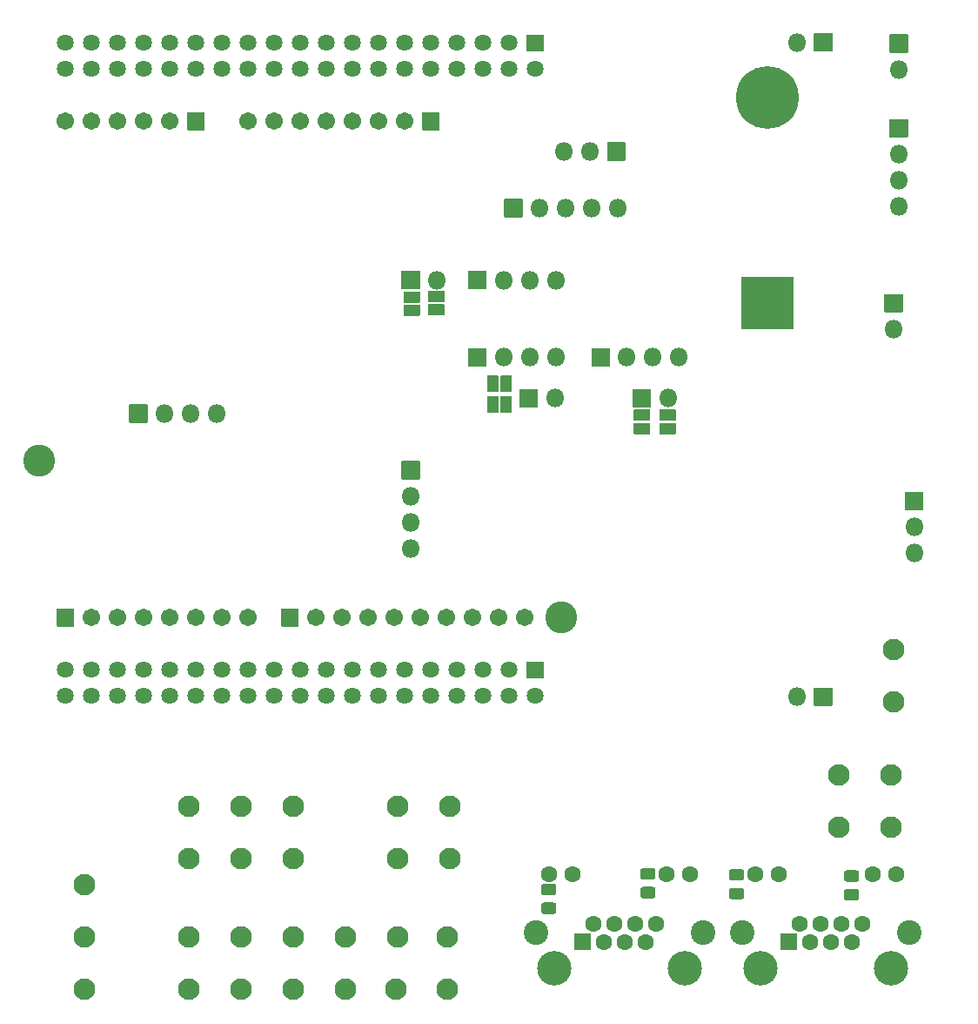
<source format=gbr>
%TF.GenerationSoftware,KiCad,Pcbnew,5.1.7-a382d34a8~88~ubuntu20.04.1*%
%TF.CreationDate,2021-04-08T15:18:28+02:00*%
%TF.ProjectId,Shield_Nucleo,53686965-6c64-45f4-9e75-636c656f2e6b,rev?*%
%TF.SameCoordinates,Original*%
%TF.FileFunction,Soldermask,Top*%
%TF.FilePolarity,Negative*%
%FSLAX46Y46*%
G04 Gerber Fmt 4.6, Leading zero omitted, Abs format (unit mm)*
G04 Created by KiCad (PCBNEW 5.1.7-a382d34a8~88~ubuntu20.04.1) date 2021-04-08 15:18:28*
%MOMM*%
%LPD*%
G01*
G04 APERTURE LIST*
%ADD10C,2.100000*%
%ADD11C,1.600000*%
%ADD12C,2.400000*%
%ADD13C,3.350000*%
%ADD14O,1.800000X1.800000*%
%ADD15C,1.705000*%
%ADD16C,3.100000*%
%ADD17C,1.630000*%
%ADD18C,6.100000*%
G04 APERTURE END LIST*
%TO.C,JP8*%
G36*
G01*
X78350000Y-56500000D02*
X76850000Y-56500000D01*
G75*
G02*
X76800000Y-56450000I0J50000D01*
G01*
X76800000Y-55450000D01*
G75*
G02*
X76850000Y-55400000I50000J0D01*
G01*
X78350000Y-55400000D01*
G75*
G02*
X78400000Y-55450000I0J-50000D01*
G01*
X78400000Y-56450000D01*
G75*
G02*
X78350000Y-56500000I-50000J0D01*
G01*
G37*
G36*
G01*
X78350000Y-55200000D02*
X76850000Y-55200000D01*
G75*
G02*
X76800000Y-55150000I0J50000D01*
G01*
X76800000Y-54150000D01*
G75*
G02*
X76850000Y-54100000I50000J0D01*
G01*
X78350000Y-54100000D01*
G75*
G02*
X78400000Y-54150000I0J-50000D01*
G01*
X78400000Y-55150000D01*
G75*
G02*
X78350000Y-55200000I-50000J0D01*
G01*
G37*
%TD*%
%TO.C,JP7*%
G36*
G01*
X80750000Y-56450000D02*
X79250000Y-56450000D01*
G75*
G02*
X79200000Y-56400000I0J50000D01*
G01*
X79200000Y-55400000D01*
G75*
G02*
X79250000Y-55350000I50000J0D01*
G01*
X80750000Y-55350000D01*
G75*
G02*
X80800000Y-55400000I0J-50000D01*
G01*
X80800000Y-56400000D01*
G75*
G02*
X80750000Y-56450000I-50000J0D01*
G01*
G37*
G36*
G01*
X80750000Y-55150000D02*
X79250000Y-55150000D01*
G75*
G02*
X79200000Y-55100000I0J50000D01*
G01*
X79200000Y-54100000D01*
G75*
G02*
X79250000Y-54050000I50000J0D01*
G01*
X80750000Y-54050000D01*
G75*
G02*
X80800000Y-54100000I0J-50000D01*
G01*
X80800000Y-55100000D01*
G75*
G02*
X80750000Y-55150000I-50000J0D01*
G01*
G37*
%TD*%
%TO.C,JP6*%
G36*
G01*
X103250000Y-68000000D02*
X101750000Y-68000000D01*
G75*
G02*
X101700000Y-67950000I0J50000D01*
G01*
X101700000Y-66950000D01*
G75*
G02*
X101750000Y-66900000I50000J0D01*
G01*
X103250000Y-66900000D01*
G75*
G02*
X103300000Y-66950000I0J-50000D01*
G01*
X103300000Y-67950000D01*
G75*
G02*
X103250000Y-68000000I-50000J0D01*
G01*
G37*
G36*
G01*
X103250000Y-66700000D02*
X101750000Y-66700000D01*
G75*
G02*
X101700000Y-66650000I0J50000D01*
G01*
X101700000Y-65650000D01*
G75*
G02*
X101750000Y-65600000I50000J0D01*
G01*
X103250000Y-65600000D01*
G75*
G02*
X103300000Y-65650000I0J-50000D01*
G01*
X103300000Y-66650000D01*
G75*
G02*
X103250000Y-66700000I-50000J0D01*
G01*
G37*
%TD*%
%TO.C,JP5*%
G36*
G01*
X100750000Y-68000000D02*
X99250000Y-68000000D01*
G75*
G02*
X99200000Y-67950000I0J50000D01*
G01*
X99200000Y-66950000D01*
G75*
G02*
X99250000Y-66900000I50000J0D01*
G01*
X100750000Y-66900000D01*
G75*
G02*
X100800000Y-66950000I0J-50000D01*
G01*
X100800000Y-67950000D01*
G75*
G02*
X100750000Y-68000000I-50000J0D01*
G01*
G37*
G36*
G01*
X100750000Y-66700000D02*
X99250000Y-66700000D01*
G75*
G02*
X99200000Y-66650000I0J50000D01*
G01*
X99200000Y-65650000D01*
G75*
G02*
X99250000Y-65600000I50000J0D01*
G01*
X100750000Y-65600000D01*
G75*
G02*
X100800000Y-65650000I0J-50000D01*
G01*
X100800000Y-66650000D01*
G75*
G02*
X100750000Y-66700000I-50000J0D01*
G01*
G37*
%TD*%
%TO.C,JP4*%
G36*
G01*
X84950000Y-63850000D02*
X84950000Y-62350000D01*
G75*
G02*
X85000000Y-62300000I50000J0D01*
G01*
X86000000Y-62300000D01*
G75*
G02*
X86050000Y-62350000I0J-50000D01*
G01*
X86050000Y-63850000D01*
G75*
G02*
X86000000Y-63900000I-50000J0D01*
G01*
X85000000Y-63900000D01*
G75*
G02*
X84950000Y-63850000I0J50000D01*
G01*
G37*
G36*
G01*
X86250000Y-63850000D02*
X86250000Y-62350000D01*
G75*
G02*
X86300000Y-62300000I50000J0D01*
G01*
X87300000Y-62300000D01*
G75*
G02*
X87350000Y-62350000I0J-50000D01*
G01*
X87350000Y-63850000D01*
G75*
G02*
X87300000Y-63900000I-50000J0D01*
G01*
X86300000Y-63900000D01*
G75*
G02*
X86250000Y-63850000I0J50000D01*
G01*
G37*
%TD*%
%TO.C,JP3*%
G36*
G01*
X84950000Y-65850000D02*
X84950000Y-64350000D01*
G75*
G02*
X85000000Y-64300000I50000J0D01*
G01*
X86000000Y-64300000D01*
G75*
G02*
X86050000Y-64350000I0J-50000D01*
G01*
X86050000Y-65850000D01*
G75*
G02*
X86000000Y-65900000I-50000J0D01*
G01*
X85000000Y-65900000D01*
G75*
G02*
X84950000Y-65850000I0J50000D01*
G01*
G37*
G36*
G01*
X86250000Y-65850000D02*
X86250000Y-64350000D01*
G75*
G02*
X86300000Y-64300000I50000J0D01*
G01*
X87300000Y-64300000D01*
G75*
G02*
X87350000Y-64350000I0J-50000D01*
G01*
X87350000Y-65850000D01*
G75*
G02*
X87300000Y-65900000I-50000J0D01*
G01*
X86300000Y-65900000D01*
G75*
G02*
X86250000Y-65850000I0J50000D01*
G01*
G37*
%TD*%
D10*
%TO.C,TP33*%
X124460000Y-88900000D03*
%TD*%
%TO.C,TP32*%
X124460000Y-93980000D03*
%TD*%
%TO.C,TP30*%
X81280000Y-109220000D03*
%TD*%
%TO.C,TP29*%
X76200000Y-109220000D03*
%TD*%
%TO.C,TP28*%
X81280000Y-104140000D03*
%TD*%
%TO.C,TP27*%
X76200000Y-104140000D03*
%TD*%
%TO.C,TP26*%
X66040000Y-104140000D03*
%TD*%
%TO.C,TP25*%
X66040000Y-109220000D03*
%TD*%
%TO.C,TP24*%
X60960000Y-104140000D03*
%TD*%
%TO.C,TP23*%
X60960000Y-109220000D03*
%TD*%
%TO.C,TP22*%
X55880000Y-104140000D03*
%TD*%
%TO.C,TP21*%
X55880000Y-109220000D03*
%TD*%
%TO.C,TP20*%
X76200000Y-116840000D03*
%TD*%
%TO.C,TP19*%
X76080000Y-121920000D03*
%TD*%
%TO.C,TP18*%
X81080000Y-116840000D03*
%TD*%
%TO.C,TP17*%
X81080000Y-121920000D03*
%TD*%
%TO.C,TP15*%
X119126000Y-106172000D03*
%TD*%
%TO.C,TP14*%
X124206000Y-101092000D03*
%TD*%
%TO.C,TP13*%
X124206000Y-106172000D03*
%TD*%
%TO.C,TP12*%
X45720000Y-121920000D03*
%TD*%
%TO.C,TP11*%
X71120000Y-116840000D03*
%TD*%
%TO.C,TP10*%
X71120000Y-121920000D03*
%TD*%
%TO.C,TP9*%
X66040000Y-116840000D03*
%TD*%
%TO.C,TP8*%
X66040000Y-121920000D03*
%TD*%
%TO.C,TP7*%
X60960000Y-116840000D03*
%TD*%
%TO.C,TP6*%
X60960000Y-121920000D03*
%TD*%
%TO.C,TP5*%
X55880000Y-116840000D03*
%TD*%
%TO.C,TP4*%
X55880000Y-121920000D03*
%TD*%
%TO.C,TP3*%
X45720000Y-116840000D03*
%TD*%
%TO.C,TP2*%
X45720000Y-111760000D03*
%TD*%
%TO.C,TP1*%
X119126000Y-101092000D03*
%TD*%
%TO.C,R13*%
G36*
G01*
X109695611Y-111410000D02*
X108744389Y-111410000D01*
G75*
G02*
X108470000Y-111135611I0J274389D01*
G01*
X108470000Y-110559389D01*
G75*
G02*
X108744389Y-110285000I274389J0D01*
G01*
X109695611Y-110285000D01*
G75*
G02*
X109970000Y-110559389I0J-274389D01*
G01*
X109970000Y-111135611D01*
G75*
G02*
X109695611Y-111410000I-274389J0D01*
G01*
G37*
G36*
G01*
X109695611Y-113235000D02*
X108744389Y-113235000D01*
G75*
G02*
X108470000Y-112960611I0J274389D01*
G01*
X108470000Y-112384389D01*
G75*
G02*
X108744389Y-112110000I274389J0D01*
G01*
X109695611Y-112110000D01*
G75*
G02*
X109970000Y-112384389I0J-274389D01*
G01*
X109970000Y-112960611D01*
G75*
G02*
X109695611Y-113235000I-274389J0D01*
G01*
G37*
%TD*%
%TO.C,R12*%
G36*
G01*
X120871611Y-111513500D02*
X119920389Y-111513500D01*
G75*
G02*
X119646000Y-111239111I0J274389D01*
G01*
X119646000Y-110662889D01*
G75*
G02*
X119920389Y-110388500I274389J0D01*
G01*
X120871611Y-110388500D01*
G75*
G02*
X121146000Y-110662889I0J-274389D01*
G01*
X121146000Y-111239111D01*
G75*
G02*
X120871611Y-111513500I-274389J0D01*
G01*
G37*
G36*
G01*
X120871611Y-113338500D02*
X119920389Y-113338500D01*
G75*
G02*
X119646000Y-113064111I0J274389D01*
G01*
X119646000Y-112487889D01*
G75*
G02*
X119920389Y-112213500I274389J0D01*
G01*
X120871611Y-112213500D01*
G75*
G02*
X121146000Y-112487889I0J-274389D01*
G01*
X121146000Y-113064111D01*
G75*
G02*
X120871611Y-113338500I-274389J0D01*
G01*
G37*
%TD*%
%TO.C,R11*%
G36*
G01*
X91407611Y-112830500D02*
X90456389Y-112830500D01*
G75*
G02*
X90182000Y-112556111I0J274389D01*
G01*
X90182000Y-111979889D01*
G75*
G02*
X90456389Y-111705500I274389J0D01*
G01*
X91407611Y-111705500D01*
G75*
G02*
X91682000Y-111979889I0J-274389D01*
G01*
X91682000Y-112556111D01*
G75*
G02*
X91407611Y-112830500I-274389J0D01*
G01*
G37*
G36*
G01*
X91407611Y-114655500D02*
X90456389Y-114655500D01*
G75*
G02*
X90182000Y-114381111I0J274389D01*
G01*
X90182000Y-113804889D01*
G75*
G02*
X90456389Y-113530500I274389J0D01*
G01*
X91407611Y-113530500D01*
G75*
G02*
X91682000Y-113804889I0J-274389D01*
G01*
X91682000Y-114381111D01*
G75*
G02*
X91407611Y-114655500I-274389J0D01*
G01*
G37*
%TD*%
%TO.C,R10*%
G36*
G01*
X101059611Y-111306500D02*
X100108389Y-111306500D01*
G75*
G02*
X99834000Y-111032111I0J274389D01*
G01*
X99834000Y-110455889D01*
G75*
G02*
X100108389Y-110181500I274389J0D01*
G01*
X101059611Y-110181500D01*
G75*
G02*
X101334000Y-110455889I0J-274389D01*
G01*
X101334000Y-111032111D01*
G75*
G02*
X101059611Y-111306500I-274389J0D01*
G01*
G37*
G36*
G01*
X101059611Y-113131500D02*
X100108389Y-113131500D01*
G75*
G02*
X99834000Y-112857111I0J274389D01*
G01*
X99834000Y-112280889D01*
G75*
G02*
X100108389Y-112006500I274389J0D01*
G01*
X101059611Y-112006500D01*
G75*
G02*
X101334000Y-112280889I0J-274389D01*
G01*
X101334000Y-112857111D01*
G75*
G02*
X101059611Y-113131500I-274389J0D01*
G01*
G37*
%TD*%
D11*
%TO.C,J3*%
X124720000Y-110744000D03*
X122430000Y-110744000D03*
X113290000Y-110744000D03*
X111000000Y-110744000D03*
D12*
X109730000Y-116454000D03*
X125990000Y-116454000D03*
D13*
X124210000Y-119884000D03*
X111510000Y-119884000D03*
D11*
X121412000Y-115564000D03*
X119380000Y-115564000D03*
X117348000Y-115564000D03*
X115316000Y-115564000D03*
X120396000Y-117344000D03*
X118364000Y-117344000D03*
X116332000Y-117344000D03*
G36*
G01*
X113500000Y-118094000D02*
X113500000Y-116594000D01*
G75*
G02*
X113550000Y-116544000I50000J0D01*
G01*
X115050000Y-116544000D01*
G75*
G02*
X115100000Y-116594000I0J-50000D01*
G01*
X115100000Y-118094000D01*
G75*
G02*
X115050000Y-118144000I-50000J0D01*
G01*
X113550000Y-118144000D01*
G75*
G02*
X113500000Y-118094000I0J50000D01*
G01*
G37*
%TD*%
%TO.C,J2*%
X104650000Y-110748000D03*
X102360000Y-110748000D03*
X93220000Y-110748000D03*
X90930000Y-110748000D03*
D12*
X89660000Y-116458000D03*
X105920000Y-116458000D03*
D13*
X104140000Y-119888000D03*
X91440000Y-119888000D03*
D11*
X101342000Y-115568000D03*
X99310000Y-115568000D03*
X97278000Y-115568000D03*
X95246000Y-115568000D03*
X100326000Y-117348000D03*
X98294000Y-117348000D03*
X96262000Y-117348000D03*
G36*
G01*
X93430000Y-118098000D02*
X93430000Y-116598000D01*
G75*
G02*
X93480000Y-116548000I50000J0D01*
G01*
X94980000Y-116548000D01*
G75*
G02*
X95030000Y-116598000I0J-50000D01*
G01*
X95030000Y-118098000D01*
G75*
G02*
X94980000Y-118148000I-50000J0D01*
G01*
X93480000Y-118148000D01*
G75*
G02*
X93430000Y-118098000I0J50000D01*
G01*
G37*
%TD*%
D14*
%TO.C,U1*%
X115102000Y-93520000D03*
G36*
G01*
X116792000Y-92620000D02*
X118492000Y-92620000D01*
G75*
G02*
X118542000Y-92670000I0J-50000D01*
G01*
X118542000Y-94370000D01*
G75*
G02*
X118492000Y-94420000I-50000J0D01*
G01*
X116792000Y-94420000D01*
G75*
G02*
X116742000Y-94370000I0J50000D01*
G01*
X116742000Y-92670000D01*
G75*
G02*
X116792000Y-92620000I50000J0D01*
G01*
G37*
G36*
G01*
X116792000Y-28993000D02*
X118492000Y-28993000D01*
G75*
G02*
X118542000Y-29043000I0J-50000D01*
G01*
X118542000Y-30743000D01*
G75*
G02*
X118492000Y-30793000I-50000J0D01*
G01*
X116792000Y-30793000D01*
G75*
G02*
X116742000Y-30743000I0J50000D01*
G01*
X116742000Y-29043000D01*
G75*
G02*
X116792000Y-28993000I50000J0D01*
G01*
G37*
X115102000Y-29893000D03*
G36*
G01*
X78657500Y-36727500D02*
X80262500Y-36727500D01*
G75*
G02*
X80312500Y-36777500I0J-50000D01*
G01*
X80312500Y-38382500D01*
G75*
G02*
X80262500Y-38432500I-50000J0D01*
G01*
X78657500Y-38432500D01*
G75*
G02*
X78607500Y-38382500I0J50000D01*
G01*
X78607500Y-36777500D01*
G75*
G02*
X78657500Y-36727500I50000J0D01*
G01*
G37*
D15*
X66760000Y-37580000D03*
X64220000Y-37580000D03*
X61680000Y-37580000D03*
G36*
G01*
X43097500Y-84987500D02*
X44702500Y-84987500D01*
G75*
G02*
X44752500Y-85037500I0J-50000D01*
G01*
X44752500Y-86642500D01*
G75*
G02*
X44702500Y-86692500I-50000J0D01*
G01*
X43097500Y-86692500D01*
G75*
G02*
X43047500Y-86642500I0J50000D01*
G01*
X43047500Y-85037500D01*
G75*
G02*
X43097500Y-84987500I50000J0D01*
G01*
G37*
X46440000Y-85840000D03*
X48980000Y-85840000D03*
X51520000Y-85840000D03*
X54060000Y-85840000D03*
X56600000Y-85840000D03*
X59140000Y-85840000D03*
X76920000Y-37580000D03*
X74380000Y-37580000D03*
X71840000Y-37580000D03*
X69300000Y-37580000D03*
X61680000Y-85840000D03*
G36*
G01*
X55797500Y-36727500D02*
X57402500Y-36727500D01*
G75*
G02*
X57452500Y-36777500I0J-50000D01*
G01*
X57452500Y-38382500D01*
G75*
G02*
X57402500Y-38432500I-50000J0D01*
G01*
X55797500Y-38432500D01*
G75*
G02*
X55747500Y-38382500I0J50000D01*
G01*
X55747500Y-36777500D01*
G75*
G02*
X55797500Y-36727500I50000J0D01*
G01*
G37*
X54060000Y-37580000D03*
X51520000Y-37580000D03*
X48980000Y-37580000D03*
X75900000Y-85840000D03*
X78440000Y-85840000D03*
X80980000Y-85840000D03*
X83520000Y-85840000D03*
X86060000Y-85840000D03*
X88600000Y-85840000D03*
X46440000Y-37580000D03*
X43900000Y-37580000D03*
G36*
G01*
X64937500Y-84987500D02*
X66542500Y-84987500D01*
G75*
G02*
X66592500Y-85037500I0J-50000D01*
G01*
X66592500Y-86642500D01*
G75*
G02*
X66542500Y-86692500I-50000J0D01*
G01*
X64937500Y-86692500D01*
G75*
G02*
X64887500Y-86642500I0J50000D01*
G01*
X64887500Y-85037500D01*
G75*
G02*
X64937500Y-84987500I50000J0D01*
G01*
G37*
X68280000Y-85840000D03*
X70820000Y-85840000D03*
X73360000Y-85840000D03*
D16*
X92160000Y-85840000D03*
X41360000Y-70600000D03*
D17*
X43900000Y-93460000D03*
X46440000Y-93460000D03*
X46440000Y-90920000D03*
X48980000Y-93460000D03*
X48980000Y-90920000D03*
X51520000Y-93460000D03*
X51520000Y-90920000D03*
X54060000Y-93460000D03*
X54060000Y-90920000D03*
X56600000Y-93460000D03*
X56600000Y-90920000D03*
X59140000Y-93460000D03*
X59140000Y-90920000D03*
X61680000Y-93460000D03*
X61680000Y-90920000D03*
X64220000Y-93460000D03*
X64220000Y-90920000D03*
X66760000Y-93460000D03*
X66760000Y-90920000D03*
X69300000Y-93460000D03*
X69300000Y-90920000D03*
X71840000Y-93460000D03*
X71840000Y-90920000D03*
X74380000Y-93460000D03*
X74380000Y-90920000D03*
X76920000Y-93460000D03*
X76920000Y-90920000D03*
X79460000Y-93460000D03*
X79460000Y-90920000D03*
X82000000Y-93460000D03*
X82000000Y-90920000D03*
X84540000Y-93460000D03*
X84540000Y-90920000D03*
X87080000Y-93460000D03*
X87080000Y-90920000D03*
X89620000Y-93460000D03*
X43900000Y-90920000D03*
G36*
G01*
X88855000Y-90105000D02*
X90385000Y-90105000D01*
G75*
G02*
X90435000Y-90155000I0J-50000D01*
G01*
X90435000Y-91685000D01*
G75*
G02*
X90385000Y-91735000I-50000J0D01*
G01*
X88855000Y-91735000D01*
G75*
G02*
X88805000Y-91685000I0J50000D01*
G01*
X88805000Y-90155000D01*
G75*
G02*
X88855000Y-90105000I50000J0D01*
G01*
G37*
X43900000Y-32500000D03*
X46440000Y-32500000D03*
X46440000Y-29960000D03*
X48980000Y-32500000D03*
X48980000Y-29960000D03*
X51520000Y-32500000D03*
X51520000Y-29960000D03*
X54060000Y-32500000D03*
X54060000Y-29960000D03*
X56600000Y-32500000D03*
X56600000Y-29960000D03*
X59140000Y-32500000D03*
X59140000Y-29960000D03*
X61680000Y-32500000D03*
X61680000Y-29960000D03*
X64220000Y-32500000D03*
X64220000Y-29960000D03*
X66760000Y-32500000D03*
X66760000Y-29960000D03*
X69300000Y-32500000D03*
X69300000Y-29960000D03*
X71840000Y-32500000D03*
X71840000Y-29960000D03*
X74380000Y-32500000D03*
X74380000Y-29960000D03*
X76920000Y-32500000D03*
X76920000Y-29960000D03*
X79460000Y-32500000D03*
X79460000Y-29960000D03*
X82000000Y-32500000D03*
X82000000Y-29960000D03*
X84540000Y-32500000D03*
X84540000Y-29960000D03*
X87080000Y-32500000D03*
X87080000Y-29960000D03*
X89620000Y-32500000D03*
X43900000Y-29960000D03*
G36*
G01*
X88855000Y-29145000D02*
X90385000Y-29145000D01*
G75*
G02*
X90435000Y-29195000I0J-50000D01*
G01*
X90435000Y-30725000D01*
G75*
G02*
X90385000Y-30775000I-50000J0D01*
G01*
X88855000Y-30775000D01*
G75*
G02*
X88805000Y-30725000I0J50000D01*
G01*
X88805000Y-29195000D01*
G75*
G02*
X88855000Y-29145000I50000J0D01*
G01*
G37*
%TD*%
D14*
%TO.C,J5*%
X125000000Y-45870000D03*
X125000000Y-43330000D03*
X125000000Y-40790000D03*
G36*
G01*
X124100000Y-39100000D02*
X124100000Y-37400000D01*
G75*
G02*
X124150000Y-37350000I50000J0D01*
G01*
X125850000Y-37350000D01*
G75*
G02*
X125900000Y-37400000I0J-50000D01*
G01*
X125900000Y-39100000D01*
G75*
G02*
X125850000Y-39150000I-50000J0D01*
G01*
X124150000Y-39150000D01*
G75*
G02*
X124100000Y-39100000I0J50000D01*
G01*
G37*
%TD*%
%TO.C,J4*%
X125000000Y-32540000D03*
G36*
G01*
X124100000Y-30850000D02*
X124100000Y-29150000D01*
G75*
G02*
X124150000Y-29100000I50000J0D01*
G01*
X125850000Y-29100000D01*
G75*
G02*
X125900000Y-29150000I0J-50000D01*
G01*
X125900000Y-30850000D01*
G75*
G02*
X125850000Y-30900000I-50000J0D01*
G01*
X124150000Y-30900000D01*
G75*
G02*
X124100000Y-30850000I0J50000D01*
G01*
G37*
%TD*%
%TO.C,JP2*%
X124500000Y-57790000D03*
G36*
G01*
X123600000Y-56100000D02*
X123600000Y-54400000D01*
G75*
G02*
X123650000Y-54350000I50000J0D01*
G01*
X125350000Y-54350000D01*
G75*
G02*
X125400000Y-54400000I0J-50000D01*
G01*
X125400000Y-56100000D01*
G75*
G02*
X125350000Y-56150000I-50000J0D01*
G01*
X123650000Y-56150000D01*
G75*
G02*
X123600000Y-56100000I0J50000D01*
G01*
G37*
%TD*%
D18*
%TO.C,BT1*%
X112250000Y-35250000D03*
G36*
G01*
X109750000Y-52700000D02*
X114750000Y-52700000D01*
G75*
G02*
X114800000Y-52750000I0J-50000D01*
G01*
X114800000Y-57750000D01*
G75*
G02*
X114750000Y-57800000I-50000J0D01*
G01*
X109750000Y-57800000D01*
G75*
G02*
X109700000Y-57750000I0J50000D01*
G01*
X109700000Y-52750000D01*
G75*
G02*
X109750000Y-52700000I50000J0D01*
G01*
G37*
%TD*%
%TO.C,J1*%
G36*
G01*
X125600000Y-75350000D02*
X125600000Y-73650000D01*
G75*
G02*
X125650000Y-73600000I50000J0D01*
G01*
X127350000Y-73600000D01*
G75*
G02*
X127400000Y-73650000I0J-50000D01*
G01*
X127400000Y-75350000D01*
G75*
G02*
X127350000Y-75400000I-50000J0D01*
G01*
X125650000Y-75400000D01*
G75*
G02*
X125600000Y-75350000I0J50000D01*
G01*
G37*
D14*
X77500000Y-79120000D03*
G36*
G01*
X76600000Y-72350000D02*
X76600000Y-70650000D01*
G75*
G02*
X76650000Y-70600000I50000J0D01*
G01*
X78350000Y-70600000D01*
G75*
G02*
X78400000Y-70650000I0J-50000D01*
G01*
X78400000Y-72350000D01*
G75*
G02*
X78350000Y-72400000I-50000J0D01*
G01*
X76650000Y-72400000D01*
G75*
G02*
X76600000Y-72350000I0J50000D01*
G01*
G37*
X94960000Y-40500000D03*
X126500000Y-79580000D03*
X126500000Y-77040000D03*
X77500000Y-76580000D03*
X77500000Y-74040000D03*
X92420000Y-40500000D03*
G36*
G01*
X96650000Y-39600000D02*
X98350000Y-39600000D01*
G75*
G02*
X98400000Y-39650000I0J-50000D01*
G01*
X98400000Y-41350000D01*
G75*
G02*
X98350000Y-41400000I-50000J0D01*
G01*
X96650000Y-41400000D01*
G75*
G02*
X96600000Y-41350000I0J50000D01*
G01*
X96600000Y-39650000D01*
G75*
G02*
X96650000Y-39600000I50000J0D01*
G01*
G37*
X92580000Y-46000000D03*
G36*
G01*
X51850000Y-66900000D02*
X50150000Y-66900000D01*
G75*
G02*
X50100000Y-66850000I0J50000D01*
G01*
X50100000Y-65150000D01*
G75*
G02*
X50150000Y-65100000I50000J0D01*
G01*
X51850000Y-65100000D01*
G75*
G02*
X51900000Y-65150000I0J-50000D01*
G01*
X51900000Y-66850000D01*
G75*
G02*
X51850000Y-66900000I-50000J0D01*
G01*
G37*
X58620000Y-66000000D03*
X56080000Y-66000000D03*
X53540000Y-66000000D03*
X95120000Y-46000000D03*
G36*
G01*
X88350000Y-46900000D02*
X86650000Y-46900000D01*
G75*
G02*
X86600000Y-46850000I0J50000D01*
G01*
X86600000Y-45150000D01*
G75*
G02*
X86650000Y-45100000I50000J0D01*
G01*
X88350000Y-45100000D01*
G75*
G02*
X88400000Y-45150000I0J-50000D01*
G01*
X88400000Y-46850000D01*
G75*
G02*
X88350000Y-46900000I-50000J0D01*
G01*
G37*
X97660000Y-46000000D03*
X90040000Y-46000000D03*
X91540000Y-64500000D03*
G36*
G01*
X89850000Y-65400000D02*
X88150000Y-65400000D01*
G75*
G02*
X88100000Y-65350000I0J50000D01*
G01*
X88100000Y-63650000D01*
G75*
G02*
X88150000Y-63600000I50000J0D01*
G01*
X89850000Y-63600000D01*
G75*
G02*
X89900000Y-63650000I0J-50000D01*
G01*
X89900000Y-65350000D01*
G75*
G02*
X89850000Y-65400000I-50000J0D01*
G01*
G37*
X102540000Y-64500000D03*
G36*
G01*
X100850000Y-65400000D02*
X99150000Y-65400000D01*
G75*
G02*
X99100000Y-65350000I0J50000D01*
G01*
X99100000Y-63650000D01*
G75*
G02*
X99150000Y-63600000I50000J0D01*
G01*
X100850000Y-63600000D01*
G75*
G02*
X100900000Y-63650000I0J-50000D01*
G01*
X100900000Y-65350000D01*
G75*
G02*
X100850000Y-65400000I-50000J0D01*
G01*
G37*
G36*
G01*
X78350000Y-53900000D02*
X76650000Y-53900000D01*
G75*
G02*
X76600000Y-53850000I0J50000D01*
G01*
X76600000Y-52150000D01*
G75*
G02*
X76650000Y-52100000I50000J0D01*
G01*
X78350000Y-52100000D01*
G75*
G02*
X78400000Y-52150000I0J-50000D01*
G01*
X78400000Y-53850000D01*
G75*
G02*
X78350000Y-53900000I-50000J0D01*
G01*
G37*
X80040000Y-53000000D03*
X86540000Y-60500000D03*
G36*
G01*
X84850000Y-61400000D02*
X83150000Y-61400000D01*
G75*
G02*
X83100000Y-61350000I0J50000D01*
G01*
X83100000Y-59650000D01*
G75*
G02*
X83150000Y-59600000I50000J0D01*
G01*
X84850000Y-59600000D01*
G75*
G02*
X84900000Y-59650000I0J-50000D01*
G01*
X84900000Y-61350000D01*
G75*
G02*
X84850000Y-61400000I-50000J0D01*
G01*
G37*
X89080000Y-60500000D03*
X91620000Y-60500000D03*
X89080000Y-53000000D03*
X86540000Y-53000000D03*
X91620000Y-53000000D03*
G36*
G01*
X84850000Y-53900000D02*
X83150000Y-53900000D01*
G75*
G02*
X83100000Y-53850000I0J50000D01*
G01*
X83100000Y-52150000D01*
G75*
G02*
X83150000Y-52100000I50000J0D01*
G01*
X84850000Y-52100000D01*
G75*
G02*
X84900000Y-52150000I0J-50000D01*
G01*
X84900000Y-53850000D01*
G75*
G02*
X84850000Y-53900000I-50000J0D01*
G01*
G37*
X101080000Y-60500000D03*
X103620000Y-60500000D03*
G36*
G01*
X96850000Y-61400000D02*
X95150000Y-61400000D01*
G75*
G02*
X95100000Y-61350000I0J50000D01*
G01*
X95100000Y-59650000D01*
G75*
G02*
X95150000Y-59600000I50000J0D01*
G01*
X96850000Y-59600000D01*
G75*
G02*
X96900000Y-59650000I0J-50000D01*
G01*
X96900000Y-61350000D01*
G75*
G02*
X96850000Y-61400000I-50000J0D01*
G01*
G37*
X98540000Y-60500000D03*
%TD*%
M02*

</source>
